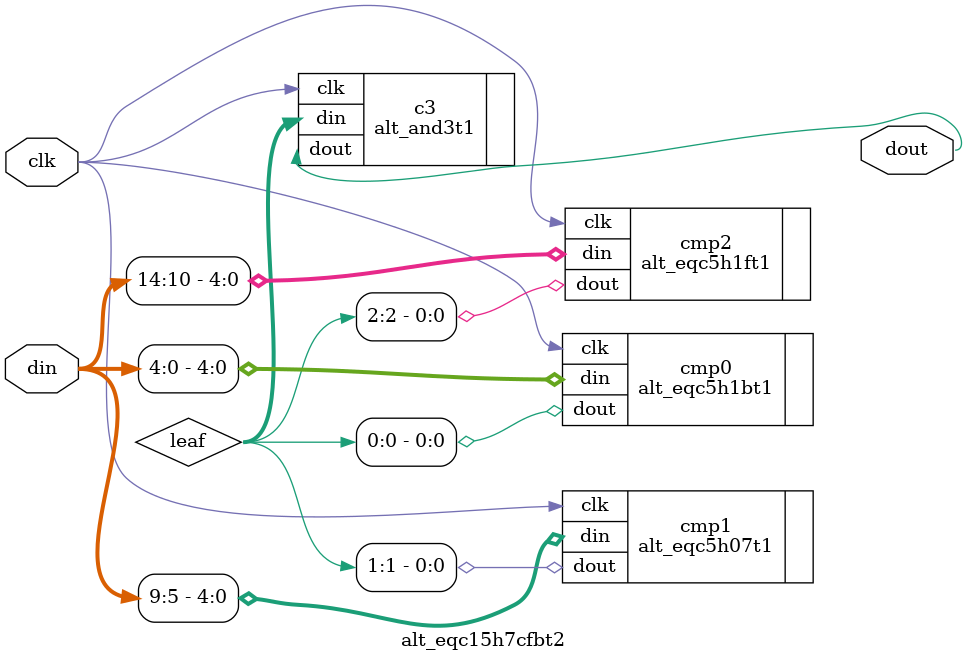
<source format=v>


`timescale 1ps/1ps


module alt_eqc15h7cfbt2 #(
    parameter SIM_EMULATE = 1'b0
) (
    input clk,
    input [14:0] din,
    output dout
);

wire [2:0] leaf;

alt_eqc5h1bt1 cmp0 (
    .clk(clk),
    .din(din[4:0]),
    .dout(leaf[0])
);
defparam cmp0 .SIM_EMULATE = SIM_EMULATE;

alt_eqc5h07t1 cmp1 (
    .clk(clk),
    .din(din[9:5]),
    .dout(leaf[1])
);
defparam cmp1 .SIM_EMULATE = SIM_EMULATE;

alt_eqc5h1ft1 cmp2 (
    .clk(clk),
    .din(din[14:10]),
    .dout(leaf[2])
);
defparam cmp2 .SIM_EMULATE = SIM_EMULATE;

alt_and3t1 c3 (
    .clk(clk),
    .din(leaf),
    .dout(dout)
);
defparam c3 .SIM_EMULATE = SIM_EMULATE;

endmodule


</source>
